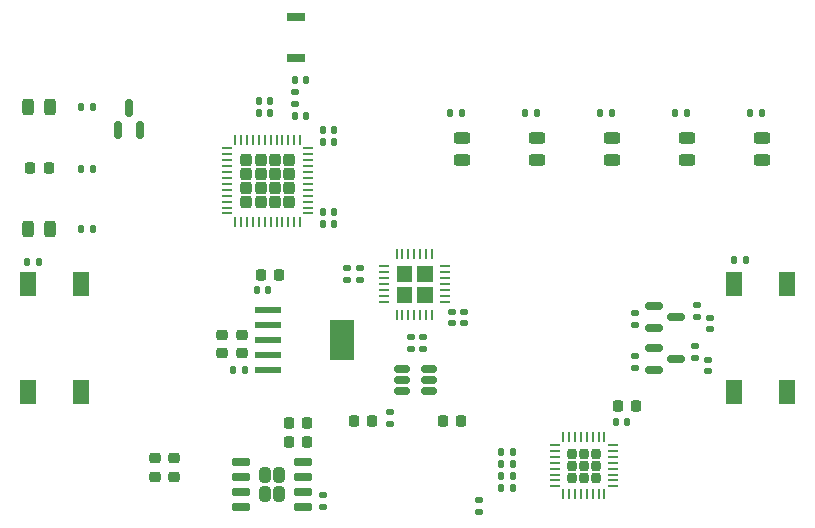
<source format=gtp>
G04 #@! TF.GenerationSoftware,KiCad,Pcbnew,(6.0.0)*
G04 #@! TF.CreationDate,2022-02-07T18:43:46-08:00*
G04 #@! TF.ProjectId,LightsProject_Rev_C,4c696768-7473-4507-926f-6a6563745f52,rev?*
G04 #@! TF.SameCoordinates,Original*
G04 #@! TF.FileFunction,Paste,Top*
G04 #@! TF.FilePolarity,Positive*
%FSLAX46Y46*%
G04 Gerber Fmt 4.6, Leading zero omitted, Abs format (unit mm)*
G04 Created by KiCad (PCBNEW (6.0.0)) date 2022-02-07 18:43:46*
%MOMM*%
%LPD*%
G01*
G04 APERTURE LIST*
G04 Aperture macros list*
%AMRoundRect*
0 Rectangle with rounded corners*
0 $1 Rounding radius*
0 $2 $3 $4 $5 $6 $7 $8 $9 X,Y pos of 4 corners*
0 Add a 4 corners polygon primitive as box body*
4,1,4,$2,$3,$4,$5,$6,$7,$8,$9,$2,$3,0*
0 Add four circle primitives for the rounded corners*
1,1,$1+$1,$2,$3*
1,1,$1+$1,$4,$5*
1,1,$1+$1,$6,$7*
1,1,$1+$1,$8,$9*
0 Add four rect primitives between the rounded corners*
20,1,$1+$1,$2,$3,$4,$5,0*
20,1,$1+$1,$4,$5,$6,$7,0*
20,1,$1+$1,$6,$7,$8,$9,0*
20,1,$1+$1,$8,$9,$2,$3,0*%
G04 Aperture macros list end*
%ADD10C,0.010000*%
%ADD11RoundRect,0.140000X-0.140000X-0.170000X0.140000X-0.170000X0.140000X0.170000X-0.140000X0.170000X0*%
%ADD12RoundRect,0.135000X-0.185000X0.135000X-0.185000X-0.135000X0.185000X-0.135000X0.185000X0.135000X0*%
%ADD13R,1.600000X0.800000*%
%ADD14RoundRect,0.135000X0.135000X0.185000X-0.135000X0.185000X-0.135000X-0.185000X0.135000X-0.185000X0*%
%ADD15RoundRect,0.140000X-0.170000X0.140000X-0.170000X-0.140000X0.170000X-0.140000X0.170000X0.140000X0*%
%ADD16RoundRect,0.150000X0.150000X-0.587500X0.150000X0.587500X-0.150000X0.587500X-0.150000X-0.587500X0*%
%ADD17RoundRect,0.225000X0.225000X0.250000X-0.225000X0.250000X-0.225000X-0.250000X0.225000X-0.250000X0*%
%ADD18RoundRect,0.225000X0.250000X-0.225000X0.250000X0.225000X-0.250000X0.225000X-0.250000X-0.225000X0*%
%ADD19RoundRect,0.225000X-0.225000X-0.250000X0.225000X-0.250000X0.225000X0.250000X-0.225000X0.250000X0*%
%ADD20RoundRect,0.135000X0.185000X-0.135000X0.185000X0.135000X-0.185000X0.135000X-0.185000X-0.135000X0*%
%ADD21RoundRect,0.243750X0.243750X0.456250X-0.243750X0.456250X-0.243750X-0.456250X0.243750X-0.456250X0*%
%ADD22RoundRect,0.243750X-0.456250X0.243750X-0.456250X-0.243750X0.456250X-0.243750X0.456250X0.243750X0*%
%ADD23RoundRect,0.225000X-0.250000X0.225000X-0.250000X-0.225000X0.250000X-0.225000X0.250000X0.225000X0*%
%ADD24RoundRect,0.218750X0.218750X0.256250X-0.218750X0.256250X-0.218750X-0.256250X0.218750X-0.256250X0*%
%ADD25RoundRect,0.150000X-0.512500X-0.150000X0.512500X-0.150000X0.512500X0.150000X-0.512500X0.150000X0*%
%ADD26R,1.400000X2.100000*%
%ADD27RoundRect,0.135000X-0.135000X-0.185000X0.135000X-0.185000X0.135000X0.185000X-0.135000X0.185000X0*%
%ADD28RoundRect,0.150000X-0.587500X-0.150000X0.587500X-0.150000X0.587500X0.150000X-0.587500X0.150000X0*%
%ADD29R,2.200000X0.600000*%
%ADD30R,2.150000X3.450000*%
%ADD31R,0.254000X0.900000*%
%ADD32R,0.900000X0.254000*%
%ADD33RoundRect,0.242500X0.242500X0.402500X-0.242500X0.402500X-0.242500X-0.402500X0.242500X-0.402500X0*%
%ADD34RoundRect,0.150000X0.650000X0.150000X-0.650000X0.150000X-0.650000X-0.150000X0.650000X-0.150000X0*%
%ADD35RoundRect,0.250000X-0.263170X0.263170X-0.263170X-0.263170X0.263170X-0.263170X0.263170X0.263170X0*%
%ADD36RoundRect,0.062500X-0.062500X0.337500X-0.062500X-0.337500X0.062500X-0.337500X0.062500X0.337500X0*%
%ADD37RoundRect,0.062500X-0.337500X0.062500X-0.337500X-0.062500X0.337500X-0.062500X0.337500X0.062500X0*%
%ADD38RoundRect,0.140000X0.140000X0.170000X-0.140000X0.170000X-0.140000X-0.170000X0.140000X-0.170000X0*%
%ADD39RoundRect,0.207500X0.207500X0.207500X-0.207500X0.207500X-0.207500X-0.207500X0.207500X-0.207500X0*%
%ADD40RoundRect,0.062500X0.375000X0.062500X-0.375000X0.062500X-0.375000X-0.062500X0.375000X-0.062500X0*%
%ADD41RoundRect,0.062500X0.062500X0.375000X-0.062500X0.375000X-0.062500X-0.375000X0.062500X-0.375000X0*%
G04 APERTURE END LIST*
D10*
X144268000Y-83798520D02*
X144268000Y-82546000D01*
X144268000Y-82546000D02*
X145520520Y-82546000D01*
X145520520Y-82546000D02*
X145520520Y-83798520D01*
X145520520Y-83798520D02*
X144268000Y-83798520D01*
G36*
X145520520Y-83798520D02*
G01*
X144268000Y-83798520D01*
X144268000Y-82546000D01*
X145520520Y-82546000D01*
X145520520Y-83798520D01*
G37*
X145520520Y-83798520D02*
X144268000Y-83798520D01*
X144268000Y-82546000D01*
X145520520Y-82546000D01*
X145520520Y-83798520D01*
X144268000Y-82045544D02*
X144268000Y-80796000D01*
X144268000Y-80796000D02*
X145520730Y-80796000D01*
X145520730Y-80796000D02*
X145520730Y-82045544D01*
X145520730Y-82045544D02*
X144268000Y-82045544D01*
G36*
X145520730Y-82045544D02*
G01*
X144268000Y-82045544D01*
X144268000Y-80796000D01*
X145520730Y-80796000D01*
X145520730Y-82045544D01*
G37*
X145520730Y-82045544D02*
X144268000Y-82045544D01*
X144268000Y-80796000D01*
X145520730Y-80796000D01*
X145520730Y-82045544D01*
X142518000Y-83798480D02*
X142518000Y-82546000D01*
X142518000Y-82546000D02*
X143767587Y-82546000D01*
X143767587Y-82546000D02*
X143767587Y-83798480D01*
X143767587Y-83798480D02*
X142518000Y-83798480D01*
G36*
X143767587Y-83798480D02*
G01*
X142518000Y-83798480D01*
X142518000Y-82546000D01*
X143767587Y-82546000D01*
X143767587Y-83798480D01*
G37*
X143767587Y-83798480D02*
X142518000Y-83798480D01*
X142518000Y-82546000D01*
X143767587Y-82546000D01*
X143767587Y-83798480D01*
X142518000Y-82045938D02*
X142518000Y-80796000D01*
X142518000Y-80796000D02*
X143767938Y-80796000D01*
X143767938Y-80796000D02*
X143767938Y-82045938D01*
X143767938Y-82045938D02*
X142518000Y-82045938D01*
G36*
X143767938Y-82045938D02*
G01*
X142518000Y-82045938D01*
X142518000Y-80796000D01*
X143767938Y-80796000D01*
X143767938Y-82045938D01*
G37*
X143767938Y-82045938D02*
X142518000Y-82045938D01*
X142518000Y-80796000D01*
X143767938Y-80796000D01*
X143767938Y-82045938D01*
D11*
X133921000Y-65046000D03*
X134881000Y-65046000D03*
D12*
X167817800Y-87526400D03*
X167817800Y-88546400D03*
D13*
X133985000Y-63103500D03*
X133985000Y-59703500D03*
D14*
X152402000Y-96520000D03*
X151382000Y-96520000D03*
X112270000Y-80391000D03*
X111250000Y-80391000D03*
D15*
X147193000Y-84610000D03*
X147193000Y-85570000D03*
X168910000Y-88674000D03*
X168910000Y-89634000D03*
D16*
X118938000Y-69263500D03*
X120838000Y-69263500D03*
X119888000Y-67388500D03*
D17*
X134922000Y-94018000D03*
X133372000Y-94018000D03*
D18*
X129413000Y-88151000D03*
X129413000Y-86601000D03*
D14*
X116842000Y-67310000D03*
X115822000Y-67310000D03*
D11*
X130711000Y-82804000D03*
X131671000Y-82804000D03*
D12*
X133893000Y-66060000D03*
X133893000Y-67080000D03*
D19*
X131051000Y-81534000D03*
X132601000Y-81534000D03*
D17*
X140475000Y-93853000D03*
X138925000Y-93853000D03*
D15*
X148209000Y-84610000D03*
X148209000Y-85570000D03*
D20*
X141986000Y-94109000D03*
X141986000Y-93089000D03*
D21*
X113205500Y-67310000D03*
X111330500Y-67310000D03*
D22*
X154432000Y-69928500D03*
X154432000Y-71803500D03*
D23*
X123698000Y-97028000D03*
X123698000Y-98578000D03*
D24*
X113055500Y-72453500D03*
X111480500Y-72453500D03*
D25*
X143007500Y-89474000D03*
X143007500Y-90424000D03*
X143007500Y-91374000D03*
X145282500Y-91374000D03*
X145282500Y-90424000D03*
X145282500Y-89474000D03*
D12*
X136306000Y-100112000D03*
X136306000Y-101132000D03*
D19*
X146418000Y-93853000D03*
X147968000Y-93853000D03*
D11*
X161064000Y-93980000D03*
X162024000Y-93980000D03*
D12*
X162687000Y-88390000D03*
X162687000Y-89410000D03*
D26*
X111287721Y-91392295D03*
X111287721Y-82292295D03*
X115787721Y-91392295D03*
X115787721Y-82292295D03*
D11*
X136299000Y-77216000D03*
X137259000Y-77216000D03*
X136299000Y-69215000D03*
X137259000Y-69215000D03*
D22*
X160782000Y-69928500D03*
X160782000Y-71803500D03*
D27*
X172464000Y-67818000D03*
X173484000Y-67818000D03*
X147064000Y-67818000D03*
X148084000Y-67818000D03*
X153414000Y-67818000D03*
X154434000Y-67818000D03*
D28*
X164289500Y-87696000D03*
X164289500Y-89596000D03*
X166164500Y-88646000D03*
D29*
X131609500Y-84455000D03*
X131609500Y-85725000D03*
D30*
X137909500Y-86995000D03*
D29*
X131609500Y-86995000D03*
X131609500Y-88265000D03*
X131609500Y-89535000D03*
D22*
X173482000Y-69928500D03*
X173482000Y-71803500D03*
D18*
X127762000Y-88151000D03*
X127762000Y-86601000D03*
D19*
X161277000Y-92583000D03*
X162827000Y-92583000D03*
D12*
X167970200Y-84021200D03*
X167970200Y-85041200D03*
D20*
X139446000Y-81917000D03*
X139446000Y-80897000D03*
D27*
X151382000Y-98552000D03*
X152402000Y-98552000D03*
D26*
X171087728Y-91392295D03*
X171087728Y-82292295D03*
X175587728Y-91392295D03*
X175587728Y-82292295D03*
D28*
X164289500Y-84140000D03*
X164289500Y-86040000D03*
X166164500Y-85090000D03*
D31*
X142518000Y-84886000D03*
X143018000Y-84886000D03*
X143518000Y-84886000D03*
X144018000Y-84886000D03*
X144518000Y-84886000D03*
X145018000Y-84886000D03*
X145518000Y-84886000D03*
D32*
X146608000Y-83796000D03*
X146608000Y-83296000D03*
X146608000Y-82796000D03*
X146608000Y-82296000D03*
X146608000Y-81796000D03*
X146608000Y-81296000D03*
X146608000Y-80796000D03*
D31*
X145518000Y-79706000D03*
X145018000Y-79706000D03*
X144518000Y-79706000D03*
X144018000Y-79706000D03*
X143518000Y-79706000D03*
X143018000Y-79706000D03*
X142518000Y-79706000D03*
D32*
X141428000Y-80796000D03*
X141428000Y-81296000D03*
X141428000Y-81796000D03*
X141428000Y-82296000D03*
X141428000Y-82796000D03*
X141428000Y-83296000D03*
X141428000Y-83796000D03*
D33*
X131388000Y-98425000D03*
X132588000Y-100025000D03*
X132588000Y-98425000D03*
X131388000Y-100025000D03*
D34*
X134638000Y-101130000D03*
X134638000Y-99860000D03*
X134638000Y-98590000D03*
X134638000Y-97320000D03*
X129338000Y-97320000D03*
X129338000Y-98590000D03*
X129338000Y-99860000D03*
X129338000Y-101130000D03*
D22*
X148082000Y-69928500D03*
X148082000Y-71803500D03*
D14*
X129669000Y-89535000D03*
X128649000Y-89535000D03*
D27*
X115822000Y-77597000D03*
X116842000Y-77597000D03*
D11*
X136299000Y-76200000D03*
X137259000Y-76200000D03*
D14*
X152402000Y-99568000D03*
X151382000Y-99568000D03*
D27*
X151382000Y-97536000D03*
X152402000Y-97536000D03*
D12*
X149479000Y-100582000D03*
X149479000Y-101602000D03*
D20*
X143764000Y-87759000D03*
X143764000Y-86739000D03*
X138303000Y-81917000D03*
X138303000Y-80897000D03*
D35*
X131007000Y-74155000D03*
X133407000Y-72955000D03*
X132207000Y-72955000D03*
X133407000Y-74155000D03*
X129807000Y-71755000D03*
X129807000Y-72955000D03*
X131007000Y-72955000D03*
X132207000Y-71755000D03*
X132207000Y-74155000D03*
X131007000Y-71755000D03*
X133407000Y-75355000D03*
X133407000Y-71755000D03*
X132207000Y-75355000D03*
X129807000Y-74155000D03*
X129807000Y-75355000D03*
X131007000Y-75355000D03*
D36*
X134357000Y-70105000D03*
X133857000Y-70105000D03*
X133357000Y-70105000D03*
X132857000Y-70105000D03*
X132357000Y-70105000D03*
X131857000Y-70105000D03*
X131357000Y-70105000D03*
X130857000Y-70105000D03*
X130357000Y-70105000D03*
X129857000Y-70105000D03*
X129357000Y-70105000D03*
X128857000Y-70105000D03*
D37*
X128157000Y-70805000D03*
X128157000Y-71305000D03*
X128157000Y-71805000D03*
X128157000Y-72305000D03*
X128157000Y-72805000D03*
X128157000Y-73305000D03*
X128157000Y-73805000D03*
X128157000Y-74305000D03*
X128157000Y-74805000D03*
X128157000Y-75305000D03*
X128157000Y-75805000D03*
X128157000Y-76305000D03*
D36*
X128857000Y-77005000D03*
X129357000Y-77005000D03*
X129857000Y-77005000D03*
X130357000Y-77005000D03*
X130857000Y-77005000D03*
X131357000Y-77005000D03*
X131857000Y-77005000D03*
X132357000Y-77005000D03*
X132857000Y-77005000D03*
X133357000Y-77005000D03*
X133857000Y-77005000D03*
X134357000Y-77005000D03*
D37*
X135057000Y-76305000D03*
X135057000Y-75805000D03*
X135057000Y-75305000D03*
X135057000Y-74805000D03*
X135057000Y-74305000D03*
X135057000Y-73805000D03*
X135057000Y-73305000D03*
X135057000Y-72805000D03*
X135057000Y-72305000D03*
X135057000Y-71805000D03*
X135057000Y-71305000D03*
X135057000Y-70805000D03*
D38*
X131798000Y-67818000D03*
X130838000Y-67818000D03*
D22*
X167132000Y-69928500D03*
X167132000Y-71803500D03*
D27*
X159764000Y-67818000D03*
X160784000Y-67818000D03*
D12*
X162687000Y-84707000D03*
X162687000Y-85727000D03*
D27*
X115822000Y-72517000D03*
X116842000Y-72517000D03*
D23*
X122047000Y-97028000D03*
X122047000Y-98578000D03*
D14*
X172087000Y-80264000D03*
X171067000Y-80264000D03*
D27*
X166114000Y-67818000D03*
X167134000Y-67818000D03*
D17*
X134922000Y-95669000D03*
X133372000Y-95669000D03*
D38*
X131798000Y-66802000D03*
X130838000Y-66802000D03*
D20*
X144780000Y-87759000D03*
X144780000Y-86739000D03*
D21*
X113205500Y-77597000D03*
X111330500Y-77597000D03*
D39*
X157339000Y-96633000D03*
X159399000Y-98693000D03*
X159399000Y-97663000D03*
X157339000Y-98693000D03*
X158369000Y-96633000D03*
X157339000Y-97663000D03*
X158369000Y-97663000D03*
X159399000Y-96633000D03*
X158369000Y-98693000D03*
D40*
X160806500Y-99413000D03*
X160806500Y-98913000D03*
X160806500Y-98413000D03*
X160806500Y-97913000D03*
X160806500Y-97413000D03*
X160806500Y-96913000D03*
X160806500Y-96413000D03*
X160806500Y-95913000D03*
D41*
X160119000Y-95225500D03*
X159619000Y-95225500D03*
X159119000Y-95225500D03*
X158619000Y-95225500D03*
X158119000Y-95225500D03*
X157619000Y-95225500D03*
X157119000Y-95225500D03*
X156619000Y-95225500D03*
D40*
X155931500Y-95913000D03*
X155931500Y-96413000D03*
X155931500Y-96913000D03*
X155931500Y-97413000D03*
X155931500Y-97913000D03*
X155931500Y-98413000D03*
X155931500Y-98913000D03*
X155931500Y-99413000D03*
D41*
X156619000Y-100100500D03*
X157119000Y-100100500D03*
X157619000Y-100100500D03*
X158119000Y-100100500D03*
X158619000Y-100100500D03*
X159119000Y-100100500D03*
X159619000Y-100100500D03*
X160119000Y-100100500D03*
D11*
X133921000Y-68094000D03*
X134881000Y-68094000D03*
X136299000Y-70231000D03*
X137259000Y-70231000D03*
D15*
X169037000Y-85118000D03*
X169037000Y-86078000D03*
M02*

</source>
